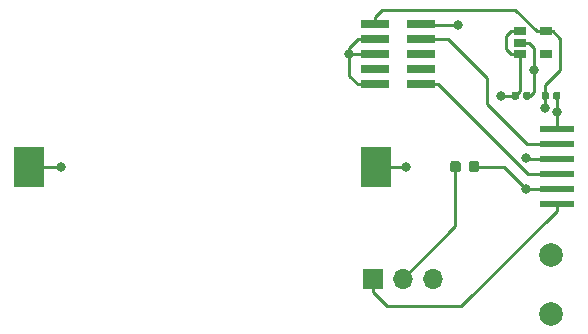
<source format=gbr>
G04 #@! TF.GenerationSoftware,KiCad,Pcbnew,(5.1.5-0-10_14)*
G04 #@! TF.CreationDate,2020-09-29T12:48:30-04:00*
G04 #@! TF.ProjectId,ESLO_RB_DEBUG,45534c4f-5f52-4425-9f44-454255472e6b,rev?*
G04 #@! TF.SameCoordinates,Original*
G04 #@! TF.FileFunction,Copper,L1,Top*
G04 #@! TF.FilePolarity,Positive*
%FSLAX46Y46*%
G04 Gerber Fmt 4.6, Leading zero omitted, Abs format (unit mm)*
G04 Created by KiCad (PCBNEW (5.1.5-0-10_14)) date 2020-09-29 12:48:30*
%MOMM*%
%LPD*%
G04 APERTURE LIST*
%ADD10C,2.000000*%
%ADD11C,0.100000*%
%ADD12O,1.700000X1.700000*%
%ADD13R,1.700000X1.700000*%
%ADD14R,1.060000X0.650000*%
%ADD15R,3.000000X0.600000*%
%ADD16R,2.400000X0.740000*%
%ADD17R,2.540000X3.510000*%
%ADD18C,0.800000*%
%ADD19C,0.250000*%
G04 APERTURE END LIST*
D10*
X169500000Y-99500000D03*
X169500000Y-94500000D03*
G04 #@! TA.AperFunction,SMDPad,CuDef*
D11*
G36*
X163240191Y-86526053D02*
G01*
X163261426Y-86529203D01*
X163282250Y-86534419D01*
X163302462Y-86541651D01*
X163321868Y-86550830D01*
X163340281Y-86561866D01*
X163357524Y-86574654D01*
X163373430Y-86589070D01*
X163387846Y-86604976D01*
X163400634Y-86622219D01*
X163411670Y-86640632D01*
X163420849Y-86660038D01*
X163428081Y-86680250D01*
X163433297Y-86701074D01*
X163436447Y-86722309D01*
X163437500Y-86743750D01*
X163437500Y-87256250D01*
X163436447Y-87277691D01*
X163433297Y-87298926D01*
X163428081Y-87319750D01*
X163420849Y-87339962D01*
X163411670Y-87359368D01*
X163400634Y-87377781D01*
X163387846Y-87395024D01*
X163373430Y-87410930D01*
X163357524Y-87425346D01*
X163340281Y-87438134D01*
X163321868Y-87449170D01*
X163302462Y-87458349D01*
X163282250Y-87465581D01*
X163261426Y-87470797D01*
X163240191Y-87473947D01*
X163218750Y-87475000D01*
X162781250Y-87475000D01*
X162759809Y-87473947D01*
X162738574Y-87470797D01*
X162717750Y-87465581D01*
X162697538Y-87458349D01*
X162678132Y-87449170D01*
X162659719Y-87438134D01*
X162642476Y-87425346D01*
X162626570Y-87410930D01*
X162612154Y-87395024D01*
X162599366Y-87377781D01*
X162588330Y-87359368D01*
X162579151Y-87339962D01*
X162571919Y-87319750D01*
X162566703Y-87298926D01*
X162563553Y-87277691D01*
X162562500Y-87256250D01*
X162562500Y-86743750D01*
X162563553Y-86722309D01*
X162566703Y-86701074D01*
X162571919Y-86680250D01*
X162579151Y-86660038D01*
X162588330Y-86640632D01*
X162599366Y-86622219D01*
X162612154Y-86604976D01*
X162626570Y-86589070D01*
X162642476Y-86574654D01*
X162659719Y-86561866D01*
X162678132Y-86550830D01*
X162697538Y-86541651D01*
X162717750Y-86534419D01*
X162738574Y-86529203D01*
X162759809Y-86526053D01*
X162781250Y-86525000D01*
X163218750Y-86525000D01*
X163240191Y-86526053D01*
G37*
G04 #@! TD.AperFunction*
G04 #@! TA.AperFunction,SMDPad,CuDef*
G36*
X161665191Y-86526053D02*
G01*
X161686426Y-86529203D01*
X161707250Y-86534419D01*
X161727462Y-86541651D01*
X161746868Y-86550830D01*
X161765281Y-86561866D01*
X161782524Y-86574654D01*
X161798430Y-86589070D01*
X161812846Y-86604976D01*
X161825634Y-86622219D01*
X161836670Y-86640632D01*
X161845849Y-86660038D01*
X161853081Y-86680250D01*
X161858297Y-86701074D01*
X161861447Y-86722309D01*
X161862500Y-86743750D01*
X161862500Y-87256250D01*
X161861447Y-87277691D01*
X161858297Y-87298926D01*
X161853081Y-87319750D01*
X161845849Y-87339962D01*
X161836670Y-87359368D01*
X161825634Y-87377781D01*
X161812846Y-87395024D01*
X161798430Y-87410930D01*
X161782524Y-87425346D01*
X161765281Y-87438134D01*
X161746868Y-87449170D01*
X161727462Y-87458349D01*
X161707250Y-87465581D01*
X161686426Y-87470797D01*
X161665191Y-87473947D01*
X161643750Y-87475000D01*
X161206250Y-87475000D01*
X161184809Y-87473947D01*
X161163574Y-87470797D01*
X161142750Y-87465581D01*
X161122538Y-87458349D01*
X161103132Y-87449170D01*
X161084719Y-87438134D01*
X161067476Y-87425346D01*
X161051570Y-87410930D01*
X161037154Y-87395024D01*
X161024366Y-87377781D01*
X161013330Y-87359368D01*
X161004151Y-87339962D01*
X160996919Y-87319750D01*
X160991703Y-87298926D01*
X160988553Y-87277691D01*
X160987500Y-87256250D01*
X160987500Y-86743750D01*
X160988553Y-86722309D01*
X160991703Y-86701074D01*
X160996919Y-86680250D01*
X161004151Y-86660038D01*
X161013330Y-86640632D01*
X161024366Y-86622219D01*
X161037154Y-86604976D01*
X161051570Y-86589070D01*
X161067476Y-86574654D01*
X161084719Y-86561866D01*
X161103132Y-86550830D01*
X161122538Y-86541651D01*
X161142750Y-86534419D01*
X161163574Y-86529203D01*
X161184809Y-86526053D01*
X161206250Y-86525000D01*
X161643750Y-86525000D01*
X161665191Y-86526053D01*
G37*
G04 #@! TD.AperFunction*
D12*
X159500000Y-96500000D03*
X156960000Y-96500000D03*
D13*
X154420000Y-96500000D03*
D14*
X169100000Y-75550000D03*
X169100000Y-77450000D03*
X166900000Y-77450000D03*
X166900000Y-76500000D03*
X166900000Y-75550000D03*
D15*
X170000000Y-83825000D03*
X170000000Y-85095000D03*
X170000000Y-86365000D03*
X170000000Y-87635000D03*
X170000000Y-88905000D03*
X170000000Y-90175000D03*
D16*
X158500000Y-80040000D03*
X154600000Y-80040000D03*
X158500000Y-78770000D03*
X154600000Y-78770000D03*
X158500000Y-77500000D03*
X154600000Y-77500000D03*
X158500000Y-76230000D03*
X154600000Y-76230000D03*
X158500000Y-74960000D03*
X154600000Y-74960000D03*
G04 #@! TA.AperFunction,SMDPad,CuDef*
D11*
G36*
X170161958Y-80680710D02*
G01*
X170176276Y-80682834D01*
X170190317Y-80686351D01*
X170203946Y-80691228D01*
X170217031Y-80697417D01*
X170229447Y-80704858D01*
X170241073Y-80713481D01*
X170251798Y-80723202D01*
X170261519Y-80733927D01*
X170270142Y-80745553D01*
X170277583Y-80757969D01*
X170283772Y-80771054D01*
X170288649Y-80784683D01*
X170292166Y-80798724D01*
X170294290Y-80813042D01*
X170295000Y-80827500D01*
X170295000Y-81172500D01*
X170294290Y-81186958D01*
X170292166Y-81201276D01*
X170288649Y-81215317D01*
X170283772Y-81228946D01*
X170277583Y-81242031D01*
X170270142Y-81254447D01*
X170261519Y-81266073D01*
X170251798Y-81276798D01*
X170241073Y-81286519D01*
X170229447Y-81295142D01*
X170217031Y-81302583D01*
X170203946Y-81308772D01*
X170190317Y-81313649D01*
X170176276Y-81317166D01*
X170161958Y-81319290D01*
X170147500Y-81320000D01*
X169852500Y-81320000D01*
X169838042Y-81319290D01*
X169823724Y-81317166D01*
X169809683Y-81313649D01*
X169796054Y-81308772D01*
X169782969Y-81302583D01*
X169770553Y-81295142D01*
X169758927Y-81286519D01*
X169748202Y-81276798D01*
X169738481Y-81266073D01*
X169729858Y-81254447D01*
X169722417Y-81242031D01*
X169716228Y-81228946D01*
X169711351Y-81215317D01*
X169707834Y-81201276D01*
X169705710Y-81186958D01*
X169705000Y-81172500D01*
X169705000Y-80827500D01*
X169705710Y-80813042D01*
X169707834Y-80798724D01*
X169711351Y-80784683D01*
X169716228Y-80771054D01*
X169722417Y-80757969D01*
X169729858Y-80745553D01*
X169738481Y-80733927D01*
X169748202Y-80723202D01*
X169758927Y-80713481D01*
X169770553Y-80704858D01*
X169782969Y-80697417D01*
X169796054Y-80691228D01*
X169809683Y-80686351D01*
X169823724Y-80682834D01*
X169838042Y-80680710D01*
X169852500Y-80680000D01*
X170147500Y-80680000D01*
X170161958Y-80680710D01*
G37*
G04 #@! TD.AperFunction*
G04 #@! TA.AperFunction,SMDPad,CuDef*
G36*
X169191958Y-80680710D02*
G01*
X169206276Y-80682834D01*
X169220317Y-80686351D01*
X169233946Y-80691228D01*
X169247031Y-80697417D01*
X169259447Y-80704858D01*
X169271073Y-80713481D01*
X169281798Y-80723202D01*
X169291519Y-80733927D01*
X169300142Y-80745553D01*
X169307583Y-80757969D01*
X169313772Y-80771054D01*
X169318649Y-80784683D01*
X169322166Y-80798724D01*
X169324290Y-80813042D01*
X169325000Y-80827500D01*
X169325000Y-81172500D01*
X169324290Y-81186958D01*
X169322166Y-81201276D01*
X169318649Y-81215317D01*
X169313772Y-81228946D01*
X169307583Y-81242031D01*
X169300142Y-81254447D01*
X169291519Y-81266073D01*
X169281798Y-81276798D01*
X169271073Y-81286519D01*
X169259447Y-81295142D01*
X169247031Y-81302583D01*
X169233946Y-81308772D01*
X169220317Y-81313649D01*
X169206276Y-81317166D01*
X169191958Y-81319290D01*
X169177500Y-81320000D01*
X168882500Y-81320000D01*
X168868042Y-81319290D01*
X168853724Y-81317166D01*
X168839683Y-81313649D01*
X168826054Y-81308772D01*
X168812969Y-81302583D01*
X168800553Y-81295142D01*
X168788927Y-81286519D01*
X168778202Y-81276798D01*
X168768481Y-81266073D01*
X168759858Y-81254447D01*
X168752417Y-81242031D01*
X168746228Y-81228946D01*
X168741351Y-81215317D01*
X168737834Y-81201276D01*
X168735710Y-81186958D01*
X168735000Y-81172500D01*
X168735000Y-80827500D01*
X168735710Y-80813042D01*
X168737834Y-80798724D01*
X168741351Y-80784683D01*
X168746228Y-80771054D01*
X168752417Y-80757969D01*
X168759858Y-80745553D01*
X168768481Y-80733927D01*
X168778202Y-80723202D01*
X168788927Y-80713481D01*
X168800553Y-80704858D01*
X168812969Y-80697417D01*
X168826054Y-80691228D01*
X168839683Y-80686351D01*
X168853724Y-80682834D01*
X168868042Y-80680710D01*
X168882500Y-80680000D01*
X169177500Y-80680000D01*
X169191958Y-80680710D01*
G37*
G04 #@! TD.AperFunction*
G04 #@! TA.AperFunction,SMDPad,CuDef*
G36*
X167631958Y-80680710D02*
G01*
X167646276Y-80682834D01*
X167660317Y-80686351D01*
X167673946Y-80691228D01*
X167687031Y-80697417D01*
X167699447Y-80704858D01*
X167711073Y-80713481D01*
X167721798Y-80723202D01*
X167731519Y-80733927D01*
X167740142Y-80745553D01*
X167747583Y-80757969D01*
X167753772Y-80771054D01*
X167758649Y-80784683D01*
X167762166Y-80798724D01*
X167764290Y-80813042D01*
X167765000Y-80827500D01*
X167765000Y-81172500D01*
X167764290Y-81186958D01*
X167762166Y-81201276D01*
X167758649Y-81215317D01*
X167753772Y-81228946D01*
X167747583Y-81242031D01*
X167740142Y-81254447D01*
X167731519Y-81266073D01*
X167721798Y-81276798D01*
X167711073Y-81286519D01*
X167699447Y-81295142D01*
X167687031Y-81302583D01*
X167673946Y-81308772D01*
X167660317Y-81313649D01*
X167646276Y-81317166D01*
X167631958Y-81319290D01*
X167617500Y-81320000D01*
X167322500Y-81320000D01*
X167308042Y-81319290D01*
X167293724Y-81317166D01*
X167279683Y-81313649D01*
X167266054Y-81308772D01*
X167252969Y-81302583D01*
X167240553Y-81295142D01*
X167228927Y-81286519D01*
X167218202Y-81276798D01*
X167208481Y-81266073D01*
X167199858Y-81254447D01*
X167192417Y-81242031D01*
X167186228Y-81228946D01*
X167181351Y-81215317D01*
X167177834Y-81201276D01*
X167175710Y-81186958D01*
X167175000Y-81172500D01*
X167175000Y-80827500D01*
X167175710Y-80813042D01*
X167177834Y-80798724D01*
X167181351Y-80784683D01*
X167186228Y-80771054D01*
X167192417Y-80757969D01*
X167199858Y-80745553D01*
X167208481Y-80733927D01*
X167218202Y-80723202D01*
X167228927Y-80713481D01*
X167240553Y-80704858D01*
X167252969Y-80697417D01*
X167266054Y-80691228D01*
X167279683Y-80686351D01*
X167293724Y-80682834D01*
X167308042Y-80680710D01*
X167322500Y-80680000D01*
X167617500Y-80680000D01*
X167631958Y-80680710D01*
G37*
G04 #@! TD.AperFunction*
G04 #@! TA.AperFunction,SMDPad,CuDef*
G36*
X166661958Y-80680710D02*
G01*
X166676276Y-80682834D01*
X166690317Y-80686351D01*
X166703946Y-80691228D01*
X166717031Y-80697417D01*
X166729447Y-80704858D01*
X166741073Y-80713481D01*
X166751798Y-80723202D01*
X166761519Y-80733927D01*
X166770142Y-80745553D01*
X166777583Y-80757969D01*
X166783772Y-80771054D01*
X166788649Y-80784683D01*
X166792166Y-80798724D01*
X166794290Y-80813042D01*
X166795000Y-80827500D01*
X166795000Y-81172500D01*
X166794290Y-81186958D01*
X166792166Y-81201276D01*
X166788649Y-81215317D01*
X166783772Y-81228946D01*
X166777583Y-81242031D01*
X166770142Y-81254447D01*
X166761519Y-81266073D01*
X166751798Y-81276798D01*
X166741073Y-81286519D01*
X166729447Y-81295142D01*
X166717031Y-81302583D01*
X166703946Y-81308772D01*
X166690317Y-81313649D01*
X166676276Y-81317166D01*
X166661958Y-81319290D01*
X166647500Y-81320000D01*
X166352500Y-81320000D01*
X166338042Y-81319290D01*
X166323724Y-81317166D01*
X166309683Y-81313649D01*
X166296054Y-81308772D01*
X166282969Y-81302583D01*
X166270553Y-81295142D01*
X166258927Y-81286519D01*
X166248202Y-81276798D01*
X166238481Y-81266073D01*
X166229858Y-81254447D01*
X166222417Y-81242031D01*
X166216228Y-81228946D01*
X166211351Y-81215317D01*
X166207834Y-81201276D01*
X166205710Y-81186958D01*
X166205000Y-81172500D01*
X166205000Y-80827500D01*
X166205710Y-80813042D01*
X166207834Y-80798724D01*
X166211351Y-80784683D01*
X166216228Y-80771054D01*
X166222417Y-80757969D01*
X166229858Y-80745553D01*
X166238481Y-80733927D01*
X166248202Y-80723202D01*
X166258927Y-80713481D01*
X166270553Y-80704858D01*
X166282969Y-80697417D01*
X166296054Y-80691228D01*
X166309683Y-80686351D01*
X166323724Y-80682834D01*
X166338042Y-80680710D01*
X166352500Y-80680000D01*
X166647500Y-80680000D01*
X166661958Y-80680710D01*
G37*
G04 #@! TD.AperFunction*
D17*
X125320000Y-87000000D03*
X154680000Y-87000000D03*
D18*
X128000000Y-87000000D03*
X167400000Y-88900000D03*
X152400000Y-77500000D03*
X168100000Y-78800000D03*
X170000000Y-82400000D03*
X165300000Y-81000000D03*
X157200000Y-87000000D03*
X169000000Y-82000000D03*
X161600000Y-75000000D03*
X167399986Y-86300000D03*
D19*
X125320000Y-87000000D02*
X128000000Y-87000000D01*
X165500000Y-87000000D02*
X167400000Y-88900000D01*
X163000000Y-87000000D02*
X165500000Y-87000000D01*
X169995000Y-88900000D02*
X170000000Y-88905000D01*
X167400000Y-88900000D02*
X169995000Y-88900000D01*
X154600000Y-77500000D02*
X152400000Y-77500000D01*
X152400000Y-79290000D02*
X152400000Y-78065685D01*
X153150000Y-80040000D02*
X152400000Y-79290000D01*
X152400000Y-78065685D02*
X152400000Y-77500000D01*
X154600000Y-80040000D02*
X153150000Y-80040000D01*
X168100000Y-78234315D02*
X168100000Y-78800000D01*
X168100000Y-76920000D02*
X168100000Y-78234315D01*
X167680000Y-76500000D02*
X168100000Y-76920000D01*
X166900000Y-76500000D02*
X167680000Y-76500000D01*
X167765000Y-81000000D02*
X167470000Y-81000000D01*
X168100000Y-80665000D02*
X167765000Y-81000000D01*
X168100000Y-78800000D02*
X168100000Y-80665000D01*
X170000000Y-81000000D02*
X170000000Y-82400000D01*
X170000000Y-82400000D02*
X170000000Y-83825000D01*
X152400000Y-77000000D02*
X152400000Y-77500000D01*
X153170000Y-76230000D02*
X152400000Y-77000000D01*
X154600000Y-76230000D02*
X153170000Y-76230000D01*
X166900000Y-80600000D02*
X166500000Y-81000000D01*
X166900000Y-77450000D02*
X166900000Y-80600000D01*
X166900000Y-77450000D02*
X166900000Y-77450000D01*
X165300000Y-81000000D02*
X166500000Y-81000000D01*
X154680000Y-87000000D02*
X157200000Y-87000000D01*
X165700000Y-77030000D02*
X166120000Y-77450000D01*
X166120000Y-77450000D02*
X166900000Y-77450000D01*
X165700000Y-75970000D02*
X165700000Y-77030000D01*
X166120000Y-75550000D02*
X165700000Y-75970000D01*
X166900000Y-75550000D02*
X166120000Y-75550000D01*
X161425000Y-92035000D02*
X161425000Y-87000000D01*
X156960000Y-96500000D02*
X161425000Y-92035000D01*
X169030000Y-81970000D02*
X169000000Y-82000000D01*
X169030000Y-81000000D02*
X169030000Y-81970000D01*
X155240000Y-73700000D02*
X154600000Y-74340000D01*
X166470000Y-73700000D02*
X155240000Y-73700000D01*
X168320000Y-75550000D02*
X166470000Y-73700000D01*
X154600000Y-74340000D02*
X154600000Y-74960000D01*
X169100000Y-75550000D02*
X168320000Y-75550000D01*
X169030000Y-80125000D02*
X169030000Y-81000000D01*
X170300000Y-78855000D02*
X169030000Y-80125000D01*
X170300000Y-76200000D02*
X170300000Y-78855000D01*
X169650000Y-75550000D02*
X170300000Y-76200000D01*
X169100000Y-75550000D02*
X169650000Y-75550000D01*
X161925000Y-98800000D02*
X170000000Y-90725000D01*
X155620000Y-98800000D02*
X161925000Y-98800000D01*
X154420000Y-97600000D02*
X155620000Y-98800000D01*
X170000000Y-90725000D02*
X170000000Y-90175000D01*
X154420000Y-96500000D02*
X154420000Y-97600000D01*
X159966996Y-80040000D02*
X167561996Y-87635000D01*
X168250000Y-87635000D02*
X170000000Y-87635000D01*
X167561996Y-87635000D02*
X168250000Y-87635000D01*
X158500000Y-80040000D02*
X159966996Y-80040000D01*
X158540000Y-75000000D02*
X158500000Y-74960000D01*
X161600000Y-75000000D02*
X158540000Y-75000000D01*
X170000000Y-86365000D02*
X167464986Y-86365000D01*
X167464986Y-86365000D02*
X167399986Y-86300000D01*
X164100000Y-81700000D02*
X167495000Y-85095000D01*
X160830000Y-76230000D02*
X164100000Y-79500000D01*
X167495000Y-85095000D02*
X170000000Y-85095000D01*
X164100000Y-79500000D02*
X164100000Y-81700000D01*
X158500000Y-76230000D02*
X160830000Y-76230000D01*
M02*

</source>
